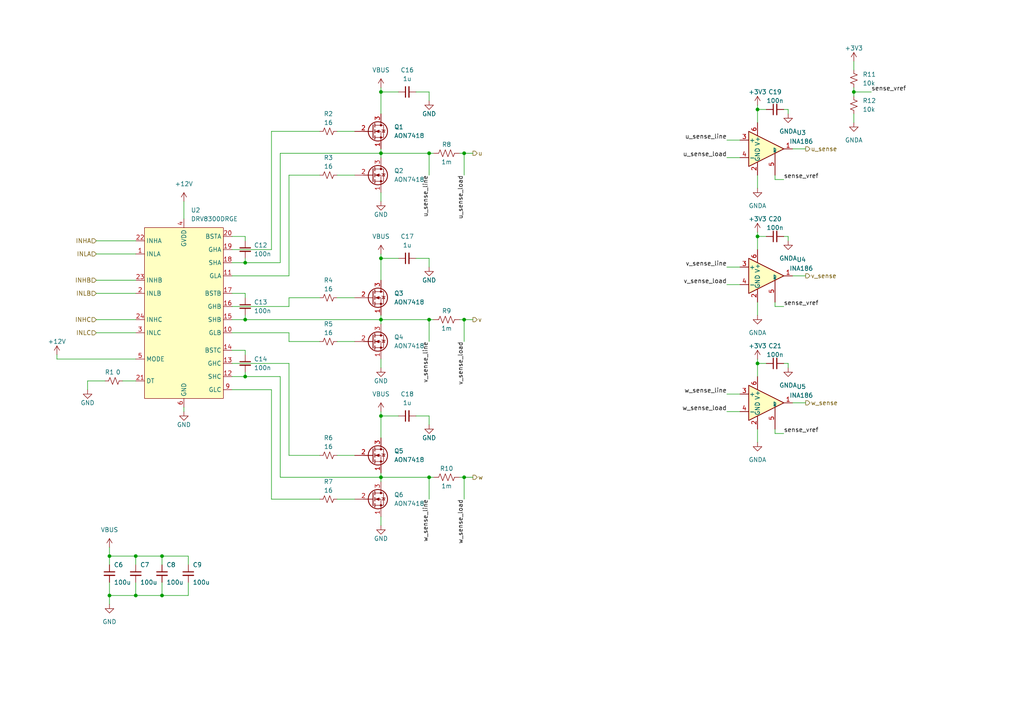
<source format=kicad_sch>
(kicad_sch (version 20230121) (generator eeschema)
  (paper "A4")
  (lib_symbols
    (symbol "Device:C_Small" (pin_numbers hide) (pin_names (offset 0.254) hide)
      (property "Reference" "C" (at 0.254 1.778 0))
      (property "Value" "C_Small" (at 0.254 -2.032 0))
      (symbol "C_Small_0_1"
        (polyline (pts (xy -1.524 -0.508) (xy 1.524 -0.508)) (stroke (width 0.3302)))
        (polyline (pts (xy -1.524 0.508) (xy 1.524 0.508)) (stroke (width 0.3048)))
      )
      (symbol "C_Small_1_1"
        (pin passive line (at 0 2.54 270) (length 2.032) (name "~") (number "1"))
        (pin passive line (at 0 -2.54 90) (length 2.032) (name "~") (number "2"))
      )
    )
    (symbol "Device:Q_NMOS_SGD" (pin_names (offset 0) hide)
      (property "Reference" "Q" (at 5.08 1.27 0))
      (property "Value" "Q_NMOS_SGD" (at 5.08 -1.27 0))
      (symbol "Q_NMOS_SGD_0_1"
        (polyline (pts (xy 0.254 0) (xy -2.54 0)))
        (polyline (pts (xy 0.254 1.905) (xy 0.254 -1.905)) (stroke (width 0.254)))
        (polyline (pts (xy 0.762 -1.27) (xy 0.762 -2.286)) (stroke (width 0.254)))
        (polyline (pts (xy 0.762 0.508) (xy 0.762 -0.508)) (stroke (width 0.254)))
        (polyline (pts (xy 0.762 2.286) (xy 0.762 1.27)) (stroke (width 0.254)))
        (polyline (pts (xy 2.54 2.54) (xy 2.54 1.778)))
        (polyline (pts (xy 2.54 -2.54) (xy 2.54 0) (xy 0.762 0)))
        (polyline (pts (xy 0.762 -1.778) (xy 3.302 -1.778) (xy 3.302 1.778) (xy 0.762 1.778)))
        (polyline (pts (xy 1.016 0) (xy 2.032 0.381) (xy 2.032 -0.381) (xy 1.016 0)) (fill (type outline)))
        (polyline (pts (xy 2.794 0.508) (xy 2.921 0.381) (xy 3.683 0.381) (xy 3.81 0.254)))
        (polyline (pts (xy 3.302 0.381) (xy 2.921 -0.254) (xy 3.683 -0.254) (xy 3.302 0.381)))
        (circle (center 1.651 0) (radius 2.794) (stroke (width 0.254)))
        (circle (center 2.54 -1.778) (radius 0.254) (fill (type outline)))
        (circle (center 2.54 1.778) (radius 0.254) (fill (type outline)))
      )
      (symbol "Q_NMOS_SGD_1_1"
        (pin passive line (at 2.54 -5.08 90) (length 2.54) (name "S") (number "1"))
        (pin input line (at -5.08 0 0) (length 5.08) (name "G") (number "2"))
        (pin passive line (at 2.54 5.08 270) (length 2.54) (name "D") (number "3"))
      )
    )
    (symbol "Device:R_Small_US" (pin_numbers hide) (pin_names (offset 0.254) hide)
      (property "Reference" "R" (at 0.762 0.508 0))
      (property "Value" "R_Small_US" (at 0.762 -1.016 0))
      (symbol "R_Small_US_1_1"
        (polyline (pts (xy 0 0) (xy 1.016 -0.381) (xy 0 -0.762) (xy -1.016 -1.143) (xy 0 -1.524)))
        (polyline (pts (xy 0 1.524) (xy 1.016 1.143) (xy 0 0.762) (xy -1.016 0.381) (xy 0 0)))
        (pin passive line (at 0 2.54 270) (length 1.016) (name "~") (number "1"))
        (pin passive line (at 0 -2.54 90) (length 1.016) (name "~") (number "2"))
      )
    )
    (symbol "Device:R_US" (pin_numbers hide) (pin_names (offset 0))
      (property "Reference" "R" (at 2.54 0 90))
      (property "Value" "R_US" (at -2.54 0 90))
      (symbol "R_US_0_1"
        (polyline (pts (xy 0 -2.286) (xy 0 -2.54)))
        (polyline (pts (xy 0 2.286) (xy 0 2.54)))
        (polyline (pts (xy 0 -0.762) (xy 1.016 -1.143) (xy 0 -1.524) (xy -1.016 -1.905) (xy 0 -2.286)))
        (polyline (pts (xy 0 0.762) (xy 1.016 0.381) (xy 0 0) (xy -1.016 -0.381) (xy 0 -0.762)))
        (polyline (pts (xy 0 2.286) (xy 1.016 1.905) (xy 0 1.524) (xy -1.016 1.143) (xy 0 0.762)))
      )
      (symbol "R_US_1_1"
        (pin passive line (at 0 3.81 270) (length 1.27) (name "~") (number "1"))
        (pin passive line (at 0 -3.81 90) (length 1.27) (name "~") (number "2"))
      )
    )
    (symbol "a22verter:DRV8300"
      (property "Reference" "U" (at 0 0 0))
      (property "Value" "DRV8300" (at 0 0 0))
      (symbol "DRV8300_0_1"
        (rectangle (start -11.43 25.4) (end 11.43 -24.13) (fill (type background)))
      )
      (symbol "DRV8300_1_1"
        (pin input line (at -13.97 17.78 0) (length 2.54) (name "INLA") (number "1"))
        (pin output line (at 13.97 -5.08 180) (length 2.54) (name "GLB") (number "10"))
        (pin output line (at 13.97 11.43 180) (length 2.54) (name "GLA") (number "11"))
        (pin output line (at 13.97 -17.78 180) (length 2.54) (name "SHC") (number "12"))
        (pin output line (at 13.97 -13.97 180) (length 2.54) (name "GHC") (number "13"))
        (pin output line (at 13.97 -10.16 180) (length 2.54) (name "BSTC") (number "14"))
        (pin output line (at 13.97 -1.27 180) (length 2.54) (name "SHB") (number "15"))
        (pin output line (at 13.97 2.54 180) (length 2.54) (name "GHB") (number "16"))
        (pin output line (at 13.97 6.35 180) (length 2.54) (name "BSTB") (number "17"))
        (pin output line (at 13.97 15.24 180) (length 2.54) (name "SHA") (number "18"))
        (pin output line (at 13.97 19.05 180) (length 2.54) (name "GHA") (number "19"))
        (pin input line (at -13.97 6.35 0) (length 2.54) (name "INLB") (number "2"))
        (pin output line (at 13.97 22.86 180) (length 2.54) (name "BSTA") (number "20"))
        (pin input line (at -13.97 -19.05 0) (length 2.54) (name "DT") (number "21"))
        (pin input line (at -13.97 21.59 0) (length 2.54) (name "INHA") (number "22"))
        (pin input line (at -13.97 10.16 0) (length 2.54) (name "INHB") (number "23"))
        (pin input line (at -13.97 -1.27 0) (length 2.54) (name "INHC") (number "24"))
        (pin input line (at -13.97 -5.08 0) (length 2.54) (name "INLC") (number "3"))
        (pin power_in line (at 0 27.94 270) (length 2.54) (name "GVDD") (number "4"))
        (pin input line (at -13.97 -12.7 0) (length 2.54) (name "MODE") (number "5"))
        (pin power_in line (at 0 -26.67 90) (length 2.54) (name "GND") (number "6"))
        (pin output line (at 13.97 -21.59 180) (length 2.54) (name "GLC") (number "9"))
      )
    )
    (symbol "a22verter:INA186" (pin_names (offset 0.127))
      (property "Reference" "U" (at 3.81 3.81 0))
      (property "Value" "INA186" (at 3.81 -2.54 0))
      (symbol "INA186_0_1"
        (polyline (pts (xy 5.08 0) (xy -5.08 5.08) (xy -5.08 -5.08) (xy 5.08 0)) (stroke (width 0.254)) (fill (type background)))
      )
      (symbol "INA186_1_1"
        (pin output line (at 7.62 0 180) (length 2.54) (name "~") (number "1"))
        (pin power_in line (at -2.54 -7.62 90) (length 3.81) (name "GND") (number "2"))
        (pin input line (at -7.62 2.54 0) (length 2.54) (name "+") (number "3"))
        (pin input line (at -7.62 -2.54 0) (length 2.54) (name "-") (number "4"))
        (pin input line (at 2.54 -7.62 90) (length 6.35) (name "REF") (number "5"))
        (pin power_in line (at -2.54 7.62 270) (length 3.81) (name "V+") (number "6"))
      )
    )
    (symbol "power:+12V" (power) (pin_names (offset 0))
      (property "Value" "+12V" (at 0 3.556 0))
      (symbol "+12V_0_1"
        (polyline (pts (xy -0.762 1.27) (xy 0 2.54)))
        (polyline (pts (xy 0 0) (xy 0 2.54)))
        (polyline (pts (xy 0 2.54) (xy 0.762 1.27)))
      )
      (symbol "+12V_1_1"
        (pin power_in line (at 0 0 90) (length 0) hide (name "+12V") (number "1"))
      )
    )
    (symbol "power:+3V3" (power) (pin_names (offset 0))
      (property "Value" "+3V3" (at 0 3.556 0))
      (symbol "+3V3_0_1"
        (polyline (pts (xy -0.762 1.27) (xy 0 2.54)))
        (polyline (pts (xy 0 0) (xy 0 2.54)))
        (polyline (pts (xy 0 2.54) (xy 0.762 1.27)))
      )
      (symbol "+3V3_1_1"
        (pin power_in line (at 0 0 90) (length 0) hide (name "+3V3") (number "1"))
      )
    )
    (symbol "power:GND" (power) (pin_names (offset 0))
      (property "Value" "GND" (at 0 -3.81 0))
      (symbol "GND_0_1"
        (polyline (pts (xy 0 0) (xy 0 -1.27) (xy 1.27 -1.27) (xy 0 -2.54) (xy -1.27 -1.27) (xy 0 -1.27)))
      )
      (symbol "GND_1_1"
        (pin power_in line (at 0 0 270) (length 0) hide (name "GND") (number "1"))
      )
    )
    (symbol "power:GNDA" (power) (pin_names (offset 0))
      (property "Value" "GNDA" (at 0 -3.81 0))
      (symbol "GNDA_0_1"
        (polyline (pts (xy 0 0) (xy 0 -1.27) (xy 1.27 -1.27) (xy 0 -2.54) (xy -1.27 -1.27) (xy 0 -1.27)))
      )
      (symbol "GNDA_1_1"
        (pin power_in line (at 0 0 270) (length 0) hide (name "GNDA") (number "1"))
      )
    )
    (symbol "power:VBUS" (power) (pin_names (offset 0))
      (property "Value" "VBUS" (at 0 3.81 0))
      (symbol "VBUS_0_1"
        (polyline (pts (xy -0.762 1.27) (xy 0 2.54)))
        (polyline (pts (xy 0 0) (xy 0 2.54)))
        (polyline (pts (xy 0 2.54) (xy 0.762 1.27)))
      )
      (symbol "VBUS_1_1"
        (pin power_in line (at 0 0 90) (length 0) hide (name "VBUS") (number "1"))
      )
    )
  )
  (junction (at 71.12 109.22))
  (junction (at 31.75 161.29))
  (junction (at 247.65 26.67))
  (junction (at 71.12 92.71))
  (junction (at 39.37 161.29))
  (junction (at 39.37 172.72))
  (junction (at 46.99 161.29))
  (junction (at 124.46 138.43))
  (junction (at 110.49 26.67))
  (junction (at 219.71 31.75))
  (junction (at 46.99 172.72))
  (junction (at 219.71 68.58))
  (junction (at 110.49 74.93))
  (junction (at 110.49 120.65))
  (junction (at 124.46 44.45))
  (junction (at 31.75 172.72))
  (junction (at 110.49 92.71))
  (junction (at 134.62 44.45))
  (junction (at 134.62 92.71))
  (junction (at 124.46 92.71))
  (junction (at 71.12 76.2))
  (junction (at 110.49 44.45))
  (junction (at 134.62 138.43))
  (junction (at 219.71 105.41))
  (junction (at 110.49 138.43))
  (wire (pts (xy 27.94 69.85) (xy 39.37 69.85)))
  (wire (pts (xy 30.48 110.49) (xy 25.4 110.49)))
  (wire (pts (xy 120.65 74.93) (xy 124.46 74.93)))
  (wire (pts (xy 83.82 99.06) (xy 92.71 99.06)))
  (wire (pts (xy 25.4 110.49) (xy 25.4 113.03)))
  (wire (pts (xy 97.79 86.36) (xy 102.87 86.36)))
  (wire (pts (xy 133.35 92.71) (xy 134.62 92.71)))
  (wire (pts (xy 124.46 44.45) (xy 124.46 50.8)))
  (wire (pts (xy 134.62 92.71) (xy 134.62 99.06)))
  (wire (pts (xy 83.82 105.41) (xy 83.82 132.08)))
  (wire (pts (xy 134.62 92.71) (xy 137.16 92.71)))
  (wire (pts (xy 110.49 92.71) (xy 110.49 93.98)))
  (wire (pts (xy 229.87 80.01) (xy 233.68 80.01)))
  (wire (pts (xy 71.12 91.44) (xy 71.12 92.71)))
  (wire (pts (xy 46.99 161.29) (xy 46.99 163.83)))
  (wire (pts (xy 27.94 96.52) (xy 39.37 96.52)))
  (wire (pts (xy 224.79 88.9) (xy 227.33 88.9)))
  (wire (pts (xy 78.74 38.1) (xy 92.71 38.1)))
  (wire (pts (xy 39.37 172.72) (xy 31.75 172.72)))
  (wire (pts (xy 16.51 102.87) (xy 16.51 104.14)))
  (wire (pts (xy 83.82 50.8) (xy 92.71 50.8)))
  (wire (pts (xy 124.46 74.93) (xy 124.46 77.47)))
  (wire (pts (xy 71.12 92.71) (xy 110.49 92.71)))
  (wire (pts (xy 120.65 120.65) (xy 124.46 120.65)))
  (wire (pts (xy 247.65 25.4) (xy 247.65 26.67)))
  (wire (pts (xy 134.62 44.45) (xy 137.16 44.45)))
  (wire (pts (xy 53.34 118.11) (xy 53.34 119.38)))
  (wire (pts (xy 54.61 172.72) (xy 46.99 172.72)))
  (wire (pts (xy 27.94 73.66) (xy 39.37 73.66)))
  (wire (pts (xy 110.49 138.43) (xy 110.49 139.7)))
  (wire (pts (xy 71.12 76.2) (xy 81.28 76.2)))
  (wire (pts (xy 67.31 76.2) (xy 71.12 76.2)))
  (wire (pts (xy 124.46 92.71) (xy 125.73 92.71)))
  (wire (pts (xy 133.35 44.45) (xy 134.62 44.45)))
  (wire (pts (xy 39.37 168.91) (xy 39.37 172.72)))
  (wire (pts (xy 124.46 138.43) (xy 124.46 144.78)))
  (wire (pts (xy 97.79 144.78) (xy 102.87 144.78)))
  (wire (pts (xy 81.28 44.45) (xy 110.49 44.45)))
  (wire (pts (xy 134.62 138.43) (xy 134.62 144.78)))
  (wire (pts (xy 134.62 138.43) (xy 137.16 138.43)))
  (wire (pts (xy 27.94 81.28) (xy 39.37 81.28)))
  (wire (pts (xy 210.82 45.72) (xy 214.63 45.72)))
  (wire (pts (xy 110.49 73.66) (xy 110.49 74.93)))
  (wire (pts (xy 247.65 33.02) (xy 247.65 35.56)))
  (wire (pts (xy 247.65 26.67) (xy 252.73 26.67)))
  (wire (pts (xy 219.71 67.31) (xy 219.71 68.58)))
  (wire (pts (xy 31.75 172.72) (xy 31.75 175.26)))
  (wire (pts (xy 219.71 124.46) (xy 219.71 128.27)))
  (wire (pts (xy 81.28 109.22) (xy 81.28 138.43)))
  (wire (pts (xy 124.46 26.67) (xy 124.46 29.21)))
  (wire (pts (xy 224.79 125.73) (xy 227.33 125.73)))
  (wire (pts (xy 219.71 50.8) (xy 219.71 54.61)))
  (wire (pts (xy 97.79 99.06) (xy 102.87 99.06)))
  (wire (pts (xy 110.49 120.65) (xy 115.57 120.65)))
  (wire (pts (xy 97.79 38.1) (xy 102.87 38.1)))
  (wire (pts (xy 35.56 110.49) (xy 39.37 110.49)))
  (wire (pts (xy 67.31 113.03) (xy 78.74 113.03)))
  (wire (pts (xy 83.82 132.08) (xy 92.71 132.08)))
  (wire (pts (xy 39.37 161.29) (xy 46.99 161.29)))
  (wire (pts (xy 46.99 172.72) (xy 39.37 172.72)))
  (wire (pts (xy 67.31 80.01) (xy 83.82 80.01)))
  (wire (pts (xy 219.71 105.41) (xy 222.25 105.41)))
  (wire (pts (xy 67.31 88.9) (xy 83.82 88.9)))
  (wire (pts (xy 97.79 50.8) (xy 102.87 50.8)))
  (wire (pts (xy 110.49 55.88) (xy 110.49 58.42)))
  (wire (pts (xy 210.82 40.64) (xy 214.63 40.64)))
  (wire (pts (xy 227.33 31.75) (xy 228.6 31.75)))
  (wire (pts (xy 83.82 80.01) (xy 83.82 50.8)))
  (wire (pts (xy 71.12 109.22) (xy 81.28 109.22)))
  (wire (pts (xy 110.49 137.16) (xy 110.49 138.43)))
  (wire (pts (xy 110.49 44.45) (xy 124.46 44.45)))
  (wire (pts (xy 31.75 168.91) (xy 31.75 172.72)))
  (wire (pts (xy 124.46 138.43) (xy 125.73 138.43)))
  (wire (pts (xy 110.49 74.93) (xy 110.49 81.28)))
  (wire (pts (xy 120.65 26.67) (xy 124.46 26.67)))
  (wire (pts (xy 219.71 68.58) (xy 219.71 72.39)))
  (wire (pts (xy 219.71 105.41) (xy 219.71 109.22)))
  (wire (pts (xy 67.31 85.09) (xy 71.12 85.09)))
  (wire (pts (xy 54.61 161.29) (xy 54.61 163.83)))
  (wire (pts (xy 31.75 161.29) (xy 39.37 161.29)))
  (wire (pts (xy 97.79 132.08) (xy 102.87 132.08)))
  (wire (pts (xy 67.31 105.41) (xy 83.82 105.41)))
  (wire (pts (xy 71.12 107.95) (xy 71.12 109.22)))
  (wire (pts (xy 39.37 161.29) (xy 39.37 163.83)))
  (wire (pts (xy 71.12 101.6) (xy 71.12 102.87)))
  (wire (pts (xy 110.49 43.18) (xy 110.49 44.45)))
  (wire (pts (xy 110.49 26.67) (xy 115.57 26.67)))
  (wire (pts (xy 110.49 92.71) (xy 124.46 92.71)))
  (wire (pts (xy 27.94 85.09) (xy 39.37 85.09)))
  (wire (pts (xy 83.82 86.36) (xy 92.71 86.36)))
  (wire (pts (xy 224.79 50.8) (xy 224.79 52.07)))
  (wire (pts (xy 228.6 31.75) (xy 228.6 33.02)))
  (wire (pts (xy 110.49 149.86) (xy 110.49 152.4)))
  (wire (pts (xy 27.94 92.71) (xy 39.37 92.71)))
  (wire (pts (xy 124.46 120.65) (xy 124.46 123.19)))
  (wire (pts (xy 78.74 144.78) (xy 92.71 144.78)))
  (wire (pts (xy 219.71 30.48) (xy 219.71 31.75)))
  (wire (pts (xy 210.82 119.38) (xy 214.63 119.38)))
  (wire (pts (xy 110.49 119.38) (xy 110.49 120.65)))
  (wire (pts (xy 229.87 116.84) (xy 233.68 116.84)))
  (wire (pts (xy 31.75 158.75) (xy 31.75 161.29)))
  (wire (pts (xy 247.65 17.78) (xy 247.65 20.32)))
  (wire (pts (xy 210.82 114.3) (xy 214.63 114.3)))
  (wire (pts (xy 219.71 87.63) (xy 219.71 91.44)))
  (wire (pts (xy 53.34 58.42) (xy 53.34 63.5)))
  (wire (pts (xy 81.28 138.43) (xy 110.49 138.43)))
  (wire (pts (xy 210.82 77.47) (xy 214.63 77.47)))
  (wire (pts (xy 219.71 68.58) (xy 222.25 68.58)))
  (wire (pts (xy 124.46 44.45) (xy 125.73 44.45)))
  (wire (pts (xy 247.65 26.67) (xy 247.65 27.94)))
  (wire (pts (xy 46.99 161.29) (xy 54.61 161.29)))
  (wire (pts (xy 229.87 43.18) (xy 233.68 43.18)))
  (wire (pts (xy 227.33 105.41) (xy 228.6 105.41)))
  (wire (pts (xy 78.74 72.39) (xy 78.74 38.1)))
  (wire (pts (xy 110.49 104.14) (xy 110.49 106.68)))
  (wire (pts (xy 133.35 138.43) (xy 134.62 138.43)))
  (wire (pts (xy 83.82 96.52) (xy 83.82 99.06)))
  (wire (pts (xy 67.31 96.52) (xy 83.82 96.52)))
  (wire (pts (xy 219.71 104.14) (xy 219.71 105.41)))
  (wire (pts (xy 224.79 52.07) (xy 227.33 52.07)))
  (wire (pts (xy 219.71 31.75) (xy 219.71 35.56)))
  (wire (pts (xy 134.62 44.45) (xy 134.62 50.8)))
  (wire (pts (xy 224.79 87.63) (xy 224.79 88.9)))
  (wire (pts (xy 110.49 120.65) (xy 110.49 127)))
  (wire (pts (xy 78.74 113.03) (xy 78.74 144.78)))
  (wire (pts (xy 31.75 161.29) (xy 31.75 163.83)))
  (wire (pts (xy 110.49 138.43) (xy 124.46 138.43)))
  (wire (pts (xy 110.49 26.67) (xy 110.49 33.02)))
  (wire (pts (xy 71.12 74.93) (xy 71.12 76.2)))
  (wire (pts (xy 219.71 31.75) (xy 222.25 31.75)))
  (wire (pts (xy 110.49 25.4) (xy 110.49 26.67)))
  (wire (pts (xy 67.31 109.22) (xy 71.12 109.22)))
  (wire (pts (xy 224.79 124.46) (xy 224.79 125.73)))
  (wire (pts (xy 110.49 91.44) (xy 110.49 92.71)))
  (wire (pts (xy 46.99 168.91) (xy 46.99 172.72)))
  (wire (pts (xy 67.31 68.58) (xy 71.12 68.58)))
  (wire (pts (xy 110.49 44.45) (xy 110.49 45.72)))
  (wire (pts (xy 228.6 105.41) (xy 228.6 106.68)))
  (wire (pts (xy 210.82 82.55) (xy 214.63 82.55)))
  (wire (pts (xy 83.82 88.9) (xy 83.82 86.36)))
  (wire (pts (xy 71.12 68.58) (xy 71.12 69.85)))
  (wire (pts (xy 54.61 168.91) (xy 54.61 172.72)))
  (wire (pts (xy 110.49 74.93) (xy 115.57 74.93)))
  (wire (pts (xy 71.12 85.09) (xy 71.12 86.36)))
  (wire (pts (xy 39.37 104.14) (xy 16.51 104.14)))
  (wire (pts (xy 67.31 101.6) (xy 71.12 101.6)))
  (wire (pts (xy 67.31 72.39) (xy 78.74 72.39)))
  (wire (pts (xy 81.28 76.2) (xy 81.28 44.45)))
  (wire (pts (xy 124.46 92.71) (xy 124.46 99.06)))
  (wire (pts (xy 227.33 68.58) (xy 228.6 68.58)))
  (wire (pts (xy 67.31 92.71) (xy 71.12 92.71)))
  (wire (pts (xy 228.6 68.58) (xy 228.6 69.85)))
  (label "v_sense_load" (at 134.62 99.06 270))
  (label "w_sense_load" (at 134.62 144.78 270))
  (label "sense_vref" (at 252.73 26.67 0))
  (label "u_sense_line" (at 210.82 40.64 180))
  (label "w_sense_load" (at 210.82 119.38 180))
  (label "v_sense_line" (at 210.82 77.47 180))
  (label "u_sense_load" (at 134.62 50.8 270))
  (label "u_sense_line" (at 124.46 50.8 270))
  (label "w_sense_line" (at 124.46 144.78 270))
  (label "sense_vref" (at 227.33 125.73 0))
  (label "v_sense_load" (at 210.82 82.55 180))
  (label "u_sense_load" (at 210.82 45.72 180))
  (label "sense_vref" (at 227.33 52.07 0))
  (label "v_sense_line" (at 124.46 99.06 270))
  (label "w_sense_line" (at 210.82 114.3 180))
  (label "sense_vref" (at 227.33 88.9 0))
  (hierarchical_label "INLB" (shape input) (at 27.94 85.09 180))
  (hierarchical_label "INHB" (shape input) (at 27.94 81.28 180))
  (hierarchical_label "INLC" (shape input) (at 27.94 96.52 180))
  (hierarchical_label "w_sense" (shape output) (at 233.68 116.84 0))
  (hierarchical_label "u_sense" (shape output) (at 233.68 43.18 0))
  (hierarchical_label "INHA" (shape input) (at 27.94 69.85 180))
  (hierarchical_label "u" (shape output) (at 137.16 44.45 0))
  (hierarchical_label "INHC" (shape input) (at 27.94 92.71 180))
  (hierarchical_label "v" (shape output) (at 137.16 92.71 0))
  (hierarchical_label "w" (shape output) (at 137.16 138.43 0))
  (hierarchical_label "INLA" (shape input) (at 27.94 73.66 180))
  (hierarchical_label "v_sense" (shape output) (at 233.68 80.01 0))
  (symbol (lib_id "power:GND") (at 110.49 58.42 0) (unit 1)
    (property "Reference" "#PWR015" (effects hide))
    (property "Value" "GND" (at 110.49 62.23 0))
  )
  (symbol (lib_id "power:+12V") (at 53.34 58.42 0) (unit 1)
    (property "Reference" "#PWR012" (effects hide))
    (property "Value" "+12V" (at 53.34 53.34 0))
  )
  (symbol (lib_id "a22verter:INA186") (at 222.25 43.18 0) (unit 1)
    (property "Reference" "U3" (at 232.41 38.481 0))
    (property "Value" "INA186" (at 232.41 41.021 0))
    (property "Footprint" "Package_TO_SOT_SMD:SOT-363_SC-70-6" (effects hide))
    (property "Datasheet" "http://www.ti.com/lit/ds/symlink/ina186.pdf" (effects hide))
  )
  (symbol (lib_id "Device:R_US") (at 129.54 44.45 270) (unit 1)
    (property "Reference" "R8" (at 129.54 41.91 90))
    (property "Value" "1m" (at 129.54 46.99 90))
    (property "Footprint" "Resistor_SMD:R_0805_2012Metric" (effects hide))
  )
  (symbol (lib_id "Device:C_Small") (at 224.79 31.75 90) (unit 1)
    (property "Reference" "C19" (at 224.79 26.67 90))
    (property "Value" "100n" (at 224.79 29.21 90))
    (property "Footprint" "Capacitor_SMD:C_0402_1005Metric" (effects hide))
  )
  (symbol (lib_id "power:GNDA") (at 219.71 54.61 0) (unit 1)
    (property "Reference" "#PWR0112" (effects hide))
    (property "Value" "GNDA" (at 219.71 59.69 0))
  )
  (symbol (lib_id "power:+3V3") (at 219.71 104.14 0) (unit 1)
    (property "Reference" "#PWR027" (effects hide))
    (property "Value" "+3V3" (at 219.71 100.33 0))
  )
  (symbol (lib_id "Device:R_Small_US") (at 95.25 132.08 90) (unit 1)
    (property "Reference" "R6" (at 95.25 127 90))
    (property "Value" "16" (at 95.25 129.54 90))
    (property "Footprint" "Resistor_SMD:R_0402_1005Metric" (effects hide))
  )
  (symbol (lib_id "power:VBUS") (at 110.49 119.38 0) (unit 1)
    (property "Reference" "#PWR0101" (effects hide))
    (property "Value" "VBUS" (at 110.49 114.3 0))
  )
  (symbol (lib_id "Device:R_US") (at 129.54 138.43 270) (unit 1)
    (property "Reference" "R10" (at 129.54 135.89 90))
    (property "Value" "1m" (at 129.54 140.97 90))
    (property "Footprint" "Resistor_SMD:R_0805_2012Metric" (effects hide))
  )
  (symbol (lib_id "Device:R_Small_US") (at 33.02 110.49 90) (unit 1)
    (property "Reference" "R1" (at 31.75 107.95 90))
    (property "Value" "0" (at 34.29 107.95 90))
    (property "Footprint" "Resistor_SMD:R_0402_1005Metric" (effects hide))
  )
  (symbol (lib_id "Device:C_Small") (at 118.11 74.93 90) (unit 1)
    (property "Reference" "C17" (at 118.1163 68.58 90))
    (property "Value" "1u" (at 118.1163 71.12 90))
    (property "Footprint" "Capacitor_SMD:C_1206_3216Metric" (effects hide))
  )
  (symbol (lib_id "Device:C_Small") (at 46.99 166.37 0) (unit 1)
    (property "Reference" "C8" (at 48.26 163.83 0) (effects (justify left)))
    (property "Value" "100u" (at 48.26 168.91 0) (effects (justify left)))
    (property "Footprint" "Capacitor_SMD:C_Elec_6.3x5.8" (effects hide))
  )
  (symbol (lib_id "Device:C_Small") (at 71.12 72.39 0) (unit 1)
    (property "Reference" "C12" (at 73.66 71.1262 0) (effects (justify left)))
    (property "Value" "100n" (at 73.66 73.6662 0) (effects (justify left)))
    (property "Footprint" "Capacitor_SMD:C_0603_1608Metric" (effects hide))
  )
  (symbol (lib_id "Device:R_US") (at 129.54 92.71 270) (unit 1)
    (property "Reference" "R9" (at 129.54 90.17 90))
    (property "Value" "1m" (at 129.54 95.25 90))
    (property "Footprint" "Resistor_SMD:R_0805_2012Metric" (effects hide))
  )
  (symbol (lib_id "Device:C_Small") (at 224.79 105.41 90) (unit 1)
    (property "Reference" "C21" (at 224.79 100.33 90))
    (property "Value" "100n" (at 224.79 102.87 90))
    (property "Footprint" "Capacitor_SMD:C_0402_1005Metric" (effects hide))
  )
  (symbol (lib_id "power:GND") (at 124.46 77.47 0) (unit 1)
    (property "Reference" "#PWR021" (effects hide))
    (property "Value" "GND" (at 124.46 81.28 0))
  )
  (symbol (lib_id "power:GNDA") (at 228.6 33.02 0) (unit 1)
    (property "Reference" "#PWR0108" (effects hide))
    (property "Value" "GNDA" (at 228.6 38.1 0))
  )
  (symbol (lib_id "Device:C_Small") (at 54.61 166.37 0) (unit 1)
    (property "Reference" "C9" (at 55.88 163.83 0) (effects (justify left)))
    (property "Value" "100u" (at 55.88 168.91 0) (effects (justify left)))
    (property "Footprint" "Capacitor_SMD:C_Elec_6.3x5.8" (effects hide))
  )
  (symbol (lib_id "power:GNDA") (at 219.71 128.27 0) (unit 1)
    (property "Reference" "#PWR0111" (effects hide))
    (property "Value" "GNDA" (at 219.71 133.35 0))
  )
  (symbol (lib_id "Device:Q_NMOS_SGD") (at 107.95 86.36 0) (unit 1)
    (property "Reference" "Q3" (at 114.3 85.0899 0) (effects (justify left)))
    (property "Value" "AON7418" (at 114.3 87.6299 0) (effects (justify left)))
    (property "Footprint" "a22verter:DFN3.3x3.3-EP" (effects hide))
  )
  (symbol (lib_id "Device:Q_NMOS_SGD") (at 107.95 144.78 0) (unit 1)
    (property "Reference" "Q6" (at 114.3 143.5099 0) (effects (justify left)))
    (property "Value" "AON7418" (at 114.3 146.0499 0) (effects (justify left)))
    (property "Footprint" "a22verter:DFN3.3x3.3-EP" (effects hide))
  )
  (symbol (lib_id "Device:R_Small_US") (at 95.25 50.8 90) (unit 1)
    (property "Reference" "R3" (at 95.25 45.72 90))
    (property "Value" "16" (at 95.25 48.26 90))
    (property "Footprint" "Resistor_SMD:R_0402_1005Metric" (effects hide))
  )
  (symbol (lib_id "Device:R_Small_US") (at 247.65 22.86 180) (unit 1)
    (property "Reference" "R11" (at 250.19 21.5899 0) (effects (justify right)))
    (property "Value" "10k" (at 250.19 24.1299 0) (effects (justify right)))
    (property "Footprint" "Resistor_SMD:R_0402_1005Metric" (effects hide))
  )
  (symbol (lib_id "power:GND") (at 110.49 152.4 0) (unit 1)
    (property "Reference" "#PWR019" (effects hide))
    (property "Value" "GND" (at 110.49 156.21 0))
  )
  (symbol (lib_id "power:GND") (at 110.49 106.68 0) (unit 1)
    (property "Reference" "#PWR017" (effects hide))
    (property "Value" "GND" (at 110.49 110.49 0))
  )
  (symbol (lib_id "power:VBUS") (at 110.49 25.4 0) (unit 1)
    (property "Reference" "#PWR014" (effects hide))
    (property "Value" "VBUS" (at 110.49 20.32 0))
  )
  (symbol (lib_id "Device:C_Small") (at 39.37 166.37 0) (unit 1)
    (property "Reference" "C7" (at 40.64 163.83 0) (effects (justify left)))
    (property "Value" "100u" (at 40.64 168.91 0) (effects (justify left)))
    (property "Footprint" "Capacitor_SMD:C_Elec_6.3x5.8" (effects hide))
  )
  (symbol (lib_id "power:GND") (at 25.4 113.03 0) (unit 1)
    (property "Reference" "#PWR09" (effects hide))
    (property "Value" "GND" (at 25.4 116.84 0))
  )
  (symbol (lib_id "a22verter:INA186") (at 222.25 80.01 0) (unit 1)
    (property "Reference" "U4" (at 232.41 75.311 0))
    (property "Value" "INA186" (at 232.41 77.851 0))
    (property "Footprint" "Package_TO_SOT_SMD:SOT-363_SC-70-6" (effects hide))
    (property "Datasheet" "http://www.ti.com/lit/ds/symlink/ina186.pdf" (effects hide))
  )
  (symbol (lib_id "a22verter:DRV8300") (at 53.34 91.44 0) (unit 1)
    (property "Reference" "U2" (at 55.3594 60.96 0) (effects (justify left)))
    (property "Value" "DRV8300DRGE" (at 55.3594 63.5 0) (effects (justify left)))
    (property "Footprint" "Package_DFN_QFN:VQFN-24-1EP_4x4mm_P0.5mm_EP2.45x2.45mm" (effects hide))
    (property "Datasheet" "https://www.ti.com/lit/ds/symlink/drv8300.pdf" (effects hide))
  )
  (symbol (lib_id "Device:C_Small") (at 71.12 88.9 0) (unit 1)
    (property "Reference" "C13" (at 73.66 87.6362 0) (effects (justify left)))
    (property "Value" "100n" (at 73.66 90.1762 0) (effects (justify left)))
    (property "Footprint" "Capacitor_SMD:C_0603_1608Metric" (effects hide))
  )
  (symbol (lib_id "Device:C_Small") (at 118.11 120.65 90) (unit 1)
    (property "Reference" "C18" (at 118.1163 114.3 90))
    (property "Value" "1u" (at 118.1163 116.84 90))
    (property "Footprint" "Capacitor_SMD:C_1206_3216Metric" (effects hide))
  )
  (symbol (lib_id "power:GNDA") (at 247.65 35.56 0) (unit 1)
    (property "Reference" "#PWR0107" (effects hide))
    (property "Value" "GNDA" (at 247.65 40.64 0))
  )
  (symbol (lib_id "Device:Q_NMOS_SGD") (at 107.95 99.06 0) (unit 1)
    (property "Reference" "Q4" (at 114.3 97.7899 0) (effects (justify left)))
    (property "Value" "AON7418" (at 114.3 100.3299 0) (effects (justify left)))
    (property "Footprint" "a22verter:DFN3.3x3.3-EP" (effects hide))
  )
  (symbol (lib_id "power:+12V") (at 16.51 102.87 0) (unit 1)
    (property "Reference" "#PWR08" (effects hide))
    (property "Value" "+12V" (at 16.51 99.06 0))
  )
  (symbol (lib_id "Device:C_Small") (at 224.79 68.58 90) (unit 1)
    (property "Reference" "C20" (at 224.79 63.5 90))
    (property "Value" "100n" (at 224.79 66.04 90))
    (property "Footprint" "Capacitor_SMD:C_0402_1005Metric" (effects hide))
  )
  (symbol (lib_id "Device:R_Small_US") (at 95.25 86.36 90) (unit 1)
    (property "Reference" "R4" (at 95.25 81.28 90))
    (property "Value" "16" (at 95.25 83.82 90))
    (property "Footprint" "Resistor_SMD:R_0402_1005Metric" (effects hide))
  )
  (symbol (lib_id "power:GNDA") (at 228.6 106.68 0) (unit 1)
    (property "Reference" "#PWR0109" (effects hide))
    (property "Value" "GNDA" (at 228.6 111.76 0))
  )
  (symbol (lib_id "Device:Q_NMOS_SGD") (at 107.95 38.1 0) (unit 1)
    (property "Reference" "Q1" (at 114.3 36.8299 0) (effects (justify left)))
    (property "Value" "AON7418" (at 114.3 39.3699 0) (effects (justify left)))
    (property "Footprint" "a22verter:DFN3.3x3.3-EP" (effects hide))
  )
  (symbol (lib_id "power:GND") (at 124.46 29.21 0) (unit 1)
    (property "Reference" "#PWR020" (effects hide))
    (property "Value" "GND" (at 124.46 33.02 0))
  )
  (symbol (lib_id "power:+3V3") (at 219.71 67.31 0) (unit 1)
    (property "Reference" "#PWR025" (effects hide))
    (property "Value" "+3V3" (at 219.71 63.5 0))
  )
  (symbol (lib_id "Device:Q_NMOS_SGD") (at 107.95 50.8 0) (unit 1)
    (property "Reference" "Q2" (at 114.3 49.5299 0) (effects (justify left)))
    (property "Value" "AON7418" (at 114.3 52.0699 0) (effects (justify left)))
    (property "Footprint" "a22verter:DFN3.3x3.3-EP" (effects hide))
  )
  (symbol (lib_id "power:VBUS") (at 31.75 158.75 0) (unit 1)
    (property "Reference" "#PWR010" (effects hide))
    (property "Value" "VBUS" (at 31.75 153.67 0))
  )
  (symbol (lib_id "power:+3V3") (at 247.65 17.78 0) (unit 1)
    (property "Reference" "#PWR032" (effects hide))
    (property "Value" "+3V3" (at 247.65 13.97 0))
  )
  (symbol (lib_id "power:GND") (at 31.75 175.26 0) (unit 1)
    (property "Reference" "#PWR011" (effects hide))
    (property "Value" "GND" (at 31.75 180.34 0))
  )
  (symbol (lib_id "power:GNDA") (at 219.71 91.44 0) (unit 1)
    (property "Reference" "#PWR0113" (effects hide))
    (property "Value" "GNDA" (at 219.71 96.52 0))
  )
  (symbol (lib_id "power:GNDA") (at 228.6 69.85 0) (unit 1)
    (property "Reference" "#PWR0110" (effects hide))
    (property "Value" "GNDA" (at 228.6 74.93 0))
  )
  (symbol (lib_id "power:VBUS") (at 110.49 73.66 0) (unit 1)
    (property "Reference" "#PWR0102" (effects hide))
    (property "Value" "VBUS" (at 110.49 68.58 0))
  )
  (symbol (lib_id "Device:R_Small_US") (at 95.25 38.1 90) (unit 1)
    (property "Reference" "R2" (at 95.25 33.02 90))
    (property "Value" "16" (at 95.25 35.56 90))
    (property "Footprint" "Resistor_SMD:R_0402_1005Metric" (effects hide))
  )
  (symbol (lib_id "Device:C_Small") (at 31.75 166.37 0) (unit 1)
    (property "Reference" "C6" (at 33.02 163.83 0) (effects (justify left)))
    (property "Value" "100u" (at 33.02 168.91 0) (effects (justify left)))
    (property "Footprint" "Capacitor_SMD:C_Elec_6.3x5.8" (effects hide))
  )
  (symbol (lib_id "Device:R_Small_US") (at 95.25 144.78 90) (unit 1)
    (property "Reference" "R7" (at 95.25 139.7 90))
    (property "Value" "16" (at 95.25 142.24 90))
    (property "Footprint" "Resistor_SMD:R_0402_1005Metric" (effects hide))
  )
  (symbol (lib_id "Device:R_Small_US") (at 95.25 99.06 90) (unit 1)
    (property "Reference" "R5" (at 95.25 93.98 90))
    (property "Value" "16" (at 95.25 96.52 90))
    (property "Footprint" "Resistor_SMD:R_0402_1005Metric" (effects hide))
  )
  (symbol (lib_id "Device:R_Small_US") (at 247.65 30.48 180) (unit 1)
    (property "Reference" "R12" (at 250.19 29.2099 0) (effects (justify right)))
    (property "Value" "10k" (at 250.19 31.7499 0) (effects (justify right)))
    (property "Footprint" "Resistor_SMD:R_0402_1005Metric" (effects hide))
  )
  (symbol (lib_id "power:GND") (at 124.46 123.19 0) (unit 1)
    (property "Reference" "#PWR022" (effects hide))
    (property "Value" "GND" (at 124.46 127 0))
  )
  (symbol (lib_id "Device:Q_NMOS_SGD") (at 107.95 132.08 0) (unit 1)
    (property "Reference" "Q5" (at 114.3 130.8099 0) (effects (justify left)))
    (property "Value" "AON7418" (at 114.3 133.3499 0) (effects (justify left)))
    (property "Footprint" "a22verter:DFN3.3x3.3-EP" (effects hide))
  )
  (symbol (lib_id "power:GND") (at 53.34 119.38 0) (unit 1)
    (property "Reference" "#PWR013" (effects hide))
    (property "Value" "GND" (at 53.34 123.19 0))
  )
  (symbol (lib_id "a22verter:INA186") (at 222.25 116.84 0) (unit 1)
    (property "Reference" "U5" (at 232.41 112.141 0))
    (property "Value" "INA186" (at 232.41 114.681 0))
    (property "Footprint" "Package_TO_SOT_SMD:SOT-363_SC-70-6" (effects hide))
    (property "Datasheet" "http://www.ti.com/lit/ds/symlink/ina186.pdf" (effects hide))
  )
  (symbol (lib_id "Device:C_Small") (at 71.12 105.41 0) (unit 1)
    (property "Reference" "C14" (at 73.66 104.1462 0) (effects (justify left)))
    (property "Value" "100n" (at 73.66 106.6862 0) (effects (justify left)))
    (property "Footprint" "Capacitor_SMD:C_0603_1608Metric" (effects hide))
  )
  (symbol (lib_id "Device:C_Small") (at 118.11 26.67 90) (unit 1)
    (property "Reference" "C16" (at 118.1163 20.32 90))
    (property "Value" "1u" (at 118.1163 22.86 90))
    (property "Footprint" "Capacitor_SMD:C_1206_3216Metric" (effects hide))
  )
  (symbol (lib_id "power:+3V3") (at 219.71 30.48 0) (unit 1)
    (property "Reference" "#PWR023" (effects hide))
    (property "Value" "+3V3" (at 219.71 26.67 0))
  )
)
</source>
